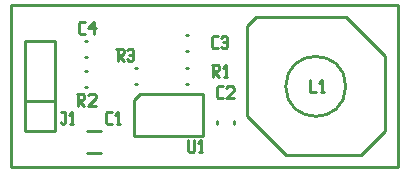
<source format=gbr>
G04 start of page 7 for group -4079 idx -4079 *
G04 Title: (unknown), topsilk *
G04 Creator: pcb 20110918 *
G04 CreationDate: Mon 01 Apr 2013 11:47:59 PM GMT UTC *
G04 For: railfan *
G04 Format: Gerber/RS-274X *
G04 PCB-Dimensions: 130000 55000 *
G04 PCB-Coordinate-Origin: lower left *
%MOIN*%
%FSLAX25Y25*%
%LNTOPSILK*%
%ADD39C,0.0100*%
G54D39*X500Y54500D02*Y500D01*
X129500Y54500D02*X500D01*
X129500Y500D02*Y54500D01*
X500Y500D02*X129500D01*
X69245Y15893D02*Y15107D01*
X74755Y15893D02*Y15107D01*
X25638Y5260D02*X30362D01*
X25638Y12740D02*X30362D01*
X64496Y25000D02*Y11000D01*
X43504Y25000D02*X64496D01*
X41504Y11000D02*Y23000D01*
X64496Y11000D02*X41504D01*
Y23000D02*X43504Y25000D01*
X58607Y44755D02*X59393D01*
X58607Y39245D02*X59393D01*
X58607Y28245D02*X59393D01*
X58607Y33755D02*X59393D01*
X41607D02*X42393D01*
X41607Y28245D02*X42393D01*
X125000Y12500D02*X117000Y4500D01*
X125000Y37500D02*Y12500D01*
X112000Y50500D02*X125000Y37500D01*
X82000Y50500D02*X112000D01*
X79000Y47500D02*X82000Y50500D01*
X79000Y47500D02*Y17500D01*
X92000Y4500D02*X79000Y17500D01*
X92000Y4500D02*X117000D01*
X112000Y27500D02*G75*G03X112000Y27500I-10000J0D01*G01*
X25107Y37245D02*X25893D01*
X25107Y42755D02*X25893D01*
X25107Y32755D02*X25893D01*
X25107Y27245D02*X25893D01*
X5000Y22500D02*Y12500D01*
Y22500D02*X15000D01*
X5000Y12500D02*X15000D01*
X5000Y42500D02*Y12500D01*
Y42500D02*X15000D01*
Y12500D01*
X32500Y15000D02*X34000D01*
X32000Y15500D02*X32500Y15000D01*
X32000Y18500D02*Y15500D01*
Y18500D02*X32500Y19000D01*
X34000D01*
X35700Y15000D02*X36700D01*
X36200Y19000D02*Y15000D01*
X35200Y18000D02*X36200Y19000D01*
X59500Y9500D02*Y6000D01*
X60000Y5500D01*
X61000D01*
X61500Y6000D01*
Y9500D02*Y6000D01*
X63200Y5500D02*X64200D01*
X63700Y9500D02*Y5500D01*
X62700Y8500D02*X63700Y9500D01*
X35500Y40000D02*X37500D01*
X38000Y39500D01*
Y38500D01*
X37500Y38000D02*X38000Y38500D01*
X36000Y38000D02*X37500D01*
X36000Y40000D02*Y36000D01*
Y38000D02*X38000Y36000D01*
X39200Y39500D02*X39700Y40000D01*
X40700D01*
X41200Y39500D01*
Y36500D01*
X40700Y36000D02*X41200Y36500D01*
X39700Y36000D02*X40700D01*
X39200Y36500D02*X39700Y36000D01*
Y38000D02*X41200D01*
X100000Y29500D02*Y25500D01*
X102000D01*
X103700D02*X104700D01*
X104200Y29500D02*Y25500D01*
X103200Y28500D02*X104200Y29500D01*
X69500Y23500D02*X71000D01*
X69000Y24000D02*X69500Y23500D01*
X69000Y27000D02*Y24000D01*
Y27000D02*X69500Y27500D01*
X71000D01*
X72200Y27000D02*X72700Y27500D01*
X74200D01*
X74700Y27000D01*
Y26000D01*
X72200Y23500D02*X74700Y26000D01*
X72200Y23500D02*X74700D01*
X67807Y40150D02*X69307D01*
X67307Y40650D02*X67807Y40150D01*
X67307Y43650D02*Y40650D01*
Y43650D02*X67807Y44150D01*
X69307D01*
X70507Y43650D02*X71007Y44150D01*
X72007D01*
X72507Y43650D01*
Y40650D01*
X72007Y40150D02*X72507Y40650D01*
X71007Y40150D02*X72007D01*
X70507Y40650D02*X71007Y40150D01*
Y42150D02*X72507D01*
X67307Y34650D02*X69307D01*
X69807Y34150D01*
Y33150D01*
X69307Y32650D02*X69807Y33150D01*
X67807Y32650D02*X69307D01*
X67807Y34650D02*Y30650D01*
Y32650D02*X69807Y30650D01*
X71507D02*X72507D01*
X72007Y34650D02*Y30650D01*
X71007Y33650D02*X72007Y34650D01*
X23500Y45000D02*X25000D01*
X23000Y45500D02*X23500Y45000D01*
X23000Y48500D02*Y45500D01*
Y48500D02*X23500Y49000D01*
X25000D01*
X26200Y47000D02*X28200Y49000D01*
X26200Y47000D02*X28700D01*
X28200Y49000D02*Y45000D01*
X22414Y25000D02*X24414D01*
X24914Y24500D01*
Y23500D01*
X24414Y23000D02*X24914Y23500D01*
X22914Y23000D02*X24414D01*
X22914Y25000D02*Y21000D01*
Y23000D02*X24914Y21000D01*
X26114Y24500D02*X26614Y25000D01*
X28114D01*
X28614Y24500D01*
Y23500D01*
X26114Y21000D02*X28614Y23500D01*
X26114Y21000D02*X28614D01*
X17000Y19000D02*X18500D01*
Y15500D01*
X18000Y15000D02*X18500Y15500D01*
X17500Y15000D02*X18000D01*
X17000Y15500D02*X17500Y15000D01*
X20200D02*X21200D01*
X20700Y19000D02*Y15000D01*
X19700Y18000D02*X20700Y19000D01*
M02*

</source>
